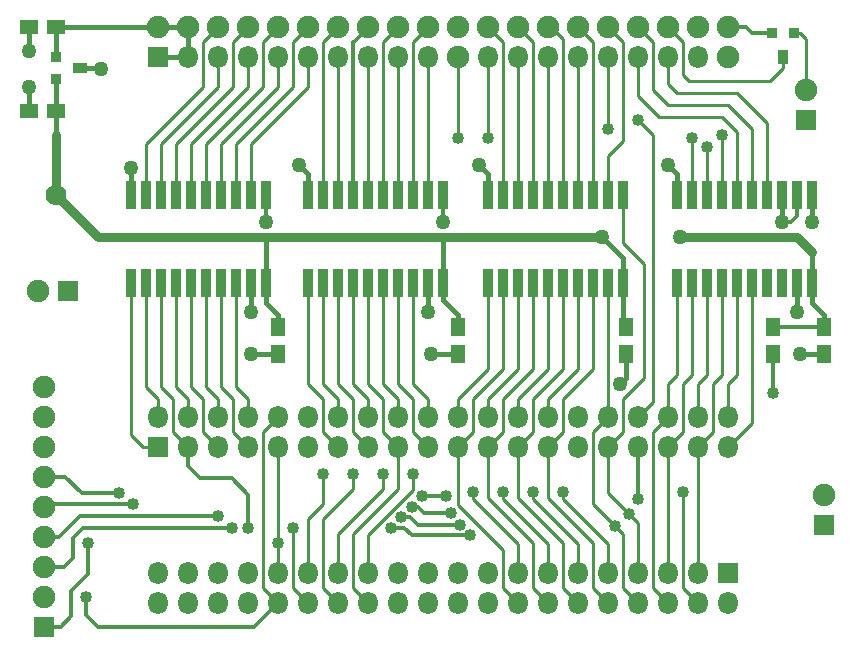
<source format=gtl>
%FSLAX23Y23*%
%MOIN*%
G70*
G01*
G75*
%ADD10R,0.060X0.050*%
%ADD11R,0.050X0.060*%
%ADD12R,0.036X0.050*%
%ADD13R,0.036X0.036*%
%ADD14R,0.050X0.036*%
%ADD15R,0.032X0.095*%
%ADD16C,0.015*%
%ADD17C,0.012*%
%ADD18C,0.010*%
%ADD19C,0.030*%
%ADD20C,0.075*%
%ADD21O,0.065X0.075*%
%ADD22R,0.070X0.070*%
%ADD23R,0.065X0.070*%
%ADD24C,0.070*%
%ADD25C,0.050*%
%ADD26C,0.040*%
D10*
X10180Y9520D02*
D03*
Y9800D02*
D03*
X10270Y9520D02*
D03*
Y9800D02*
D03*
D11*
X12660Y8710D02*
D03*
Y8800D02*
D03*
X12830D02*
D03*
Y8710D02*
D03*
X11010Y8800D02*
D03*
Y8710D02*
D03*
X11610Y8800D02*
D03*
Y8710D02*
D03*
X12170Y8800D02*
D03*
Y8710D02*
D03*
D12*
X12692Y9700D02*
D03*
D13*
X12655Y9780D02*
D03*
X12730D02*
D03*
X10270Y9625D02*
D03*
Y9700D02*
D03*
D14*
X10350Y9662D02*
D03*
D15*
X10970Y9240D02*
D03*
X10920Y9240D02*
D03*
X10870D02*
D03*
X10820Y9240D02*
D03*
X10770Y9240D02*
D03*
X10720Y9240D02*
D03*
X10670Y9240D02*
D03*
X10620D02*
D03*
X10570Y9240D02*
D03*
X10520Y9240D02*
D03*
X10970Y8946D02*
D03*
X10920Y8946D02*
D03*
X10870D02*
D03*
X10820Y8946D02*
D03*
X10770Y8946D02*
D03*
X10720Y8946D02*
D03*
X10670Y8946D02*
D03*
X10620D02*
D03*
X10570Y8946D02*
D03*
X10520Y8946D02*
D03*
X11460Y9240D02*
D03*
X11160Y9240D02*
D03*
X11260Y9240D02*
D03*
X11510D02*
D03*
X11360D02*
D03*
X11410Y9240D02*
D03*
X11310D02*
D03*
X11210Y9240D02*
D03*
X11110Y8946D02*
D03*
X11310Y8946D02*
D03*
X11360Y8946D02*
D03*
X11460D02*
D03*
X11210D02*
D03*
X11160Y8946D02*
D03*
X11410D02*
D03*
X11260Y8946D02*
D03*
X11560Y8946D02*
D03*
X11560Y9240D02*
D03*
X11110Y9240D02*
D03*
X11510Y8946D02*
D03*
X11760Y9240D02*
D03*
X12060Y9240D02*
D03*
X11860D02*
D03*
X11960D02*
D03*
X11810D02*
D03*
X12110D02*
D03*
X11910Y9240D02*
D03*
X12010D02*
D03*
X12010Y8946D02*
D03*
X11860Y8946D02*
D03*
X11910Y8946D02*
D03*
X11760Y8946D02*
D03*
X12110Y8946D02*
D03*
X11960D02*
D03*
X11810D02*
D03*
X12160Y8946D02*
D03*
X11710Y8946D02*
D03*
X12060D02*
D03*
X12160Y9240D02*
D03*
X11710Y9240D02*
D03*
X12490D02*
D03*
X12590D02*
D03*
X12690D02*
D03*
X12740D02*
D03*
X12640Y9240D02*
D03*
X12440Y9240D02*
D03*
X12540Y8946D02*
D03*
X12590Y8946D02*
D03*
X12490D02*
D03*
X12390Y8946D02*
D03*
X12440Y8946D02*
D03*
X12690D02*
D03*
X12390Y9240D02*
D03*
X12640Y8946D02*
D03*
X12540Y9240D02*
D03*
X12340Y8946D02*
D03*
X12790Y8946D02*
D03*
X12790Y9240D02*
D03*
X12340Y9240D02*
D03*
X12740Y8946D02*
D03*
D16*
X10520Y9240D02*
Y9330D01*
X10920Y8850D02*
Y8946D01*
X11510Y8850D02*
Y8946D01*
X11110Y9240D02*
Y9310D01*
X11080Y9340D02*
X11110Y9310D01*
X11080Y9340D02*
Y9340D01*
X11710Y9240D02*
Y9310D01*
X11680Y9340D02*
X11710Y9310D01*
X11680Y9340D02*
Y9340D01*
X12340Y9240D02*
Y9310D01*
X12310Y9340D02*
X12340Y9310D01*
X12310Y9340D02*
Y9340D01*
X12690Y9150D02*
Y9240D01*
X12790Y9150D02*
Y9240D01*
X12740Y8850D02*
Y8946D01*
X12790Y8880D02*
X12830Y8840D01*
Y8800D02*
Y8840D01*
X12160Y8810D02*
X12170Y8790D01*
Y8790D02*
Y8790D01*
X11560Y8890D02*
X11610Y8840D01*
Y8790D02*
Y8840D01*
X10970Y8880D02*
X11010Y8840D01*
Y8790D02*
Y8840D01*
X10920Y8710D02*
X11010D01*
X11520D02*
X11610D01*
X12170Y8630D02*
Y8710D01*
X12150Y8610D02*
X12170Y8630D01*
X12750Y8710D02*
X12830D01*
X10710Y9700D02*
Y9800D01*
X10610Y9700D02*
X10710D01*
X10270D02*
Y9800D01*
X10710D01*
X10350Y9662D02*
X10418D01*
X10420Y9660D01*
X10180Y9720D02*
Y9800D01*
Y9520D02*
Y9600D01*
X10970Y9100D02*
X10970Y9100D01*
X10270Y9440D02*
Y9625D01*
X12090Y9100D02*
X12160Y9030D01*
X10970Y8880D02*
Y9100D01*
X11560Y8890D02*
Y9100D01*
X12160Y8810D02*
X12160Y9030D01*
X12790Y8880D02*
Y9050D01*
D17*
X10230Y8300D02*
X10300D01*
X10355Y8245D01*
X10480D01*
X11490Y8235D02*
X11530D01*
X11555D01*
X11570D01*
X12210Y8225D02*
Y8400D01*
Y8225D02*
X12210Y8225D01*
X11495Y8180D02*
X11585D01*
X11475Y8200D02*
X11495Y8180D01*
X11455Y8200D02*
X11475D01*
X11450Y8165D02*
X11475Y8140D01*
X11455Y8105D02*
X11650D01*
X11430Y8130D02*
X11455Y8105D01*
X11475Y8140D02*
X11615D01*
X10250Y8210D02*
X10525D01*
X10240Y8200D02*
X10250Y8210D01*
X10230Y8200D02*
X10240D01*
X12660Y8580D02*
Y8700D01*
X10710Y8335D02*
Y8400D01*
Y8335D02*
X10750Y8295D01*
X10855D01*
X10910Y8240D01*
Y8130D02*
Y8240D01*
X11420Y8165D02*
X11450D01*
X10350Y8170D02*
X10810D01*
X10280Y8100D02*
X10350Y8170D01*
X10230Y8100D02*
X10280D01*
X10230Y8000D02*
X10295D01*
X10325Y8030D01*
Y8095D01*
X10360Y8130D01*
X10855D01*
X11385D02*
X11430D01*
X10375Y7975D02*
Y8080D01*
X10320Y7920D02*
X10375Y7975D01*
X10320Y7835D02*
Y7920D01*
X10285Y7800D02*
X10320Y7835D01*
X10230Y7800D02*
X10285D01*
X10930D02*
X11010Y7880D01*
X10410Y7800D02*
X10930D01*
X10370Y7840D02*
X10410Y7800D01*
X10370Y7840D02*
Y7900D01*
X11560Y9150D02*
Y9240D01*
X10970Y9150D02*
Y9240D01*
X12690Y9150D02*
X12690Y9150D01*
X12720D01*
X12740Y9170D01*
Y9240D01*
X11260Y9240D02*
Y9750D01*
X12660Y8800D02*
X12830D01*
X12510Y9800D02*
X12570D01*
X12590Y9780D01*
X12655D01*
D18*
X12110Y8245D02*
X12180Y8175D01*
X12060Y8210D02*
X12160Y8110D01*
X11010Y7980D02*
Y8400D01*
X12360Y7930D02*
X12410Y7880D01*
X12360Y7930D02*
Y8250D01*
X12260Y7930D02*
X12310Y7880D01*
X12260Y7930D02*
Y8450D01*
X12310Y8500D01*
X12410Y7980D02*
Y8400D01*
X12310Y7980D02*
X12310Y7980D01*
Y8400D01*
X12160Y7930D02*
X12210Y7880D01*
X12160Y7930D02*
Y8110D01*
X12060Y8210D02*
Y8450D01*
X12110Y8500D01*
X12210Y7980D02*
Y8145D01*
X12180Y8175D02*
X12210Y8145D01*
X12110Y8245D02*
Y8400D01*
Y7980D02*
Y8075D01*
X11960Y8225D02*
X12110Y8075D01*
X11960Y8225D02*
Y8250D01*
X12060Y7930D02*
X12110Y7880D01*
X12060Y7930D02*
Y8080D01*
X11910Y8230D02*
X12060Y8080D01*
X11910Y8230D02*
Y8400D01*
X12010Y7980D02*
Y8075D01*
X11860Y8225D02*
X12010Y8075D01*
X11860Y8225D02*
Y8250D01*
X11960Y7930D02*
X12010Y7880D01*
X11960Y7930D02*
Y8080D01*
X11810Y8230D02*
X11960Y8080D01*
X11810Y8230D02*
Y8400D01*
X11910Y7980D02*
Y8075D01*
X11760Y8225D02*
X11910Y8075D01*
X11760Y8225D02*
Y8250D01*
X11860Y7930D02*
X11910Y7880D01*
X11860Y7930D02*
Y8080D01*
X11710Y8230D02*
X11860Y8080D01*
X11710Y8230D02*
Y8400D01*
X11810Y7980D02*
Y8075D01*
X11660Y8225D02*
X11810Y8075D01*
X11660Y8225D02*
Y8250D01*
X11760Y7930D02*
X11810Y7880D01*
X11760Y7930D02*
Y8055D01*
X11610Y8205D02*
X11760Y8055D01*
X11610Y8205D02*
Y8400D01*
X11310Y7980D02*
Y8105D01*
X11460Y8255D01*
Y8310D01*
X11260Y7930D02*
X11310Y7880D01*
X11260Y7930D02*
Y8110D01*
X11410Y8260D01*
Y8400D01*
X11210Y7980D02*
Y8110D01*
X11360Y8260D01*
Y8310D01*
X11160Y7930D02*
X11210Y7880D01*
X11160Y7930D02*
Y8160D01*
X11260Y8260D01*
Y8310D01*
X10960Y7930D02*
X11010Y7880D01*
X10960Y7930D02*
Y8450D01*
X11010Y8500D01*
X11060Y7930D02*
Y8130D01*
Y7930D02*
X11110Y7880D01*
Y7980D02*
Y8160D01*
X11160Y8210D01*
Y8310D01*
X10760Y9750D02*
X10810Y9800D01*
X10760Y9600D02*
Y9750D01*
X10570Y9410D02*
X10760Y9600D01*
X10570Y9240D02*
Y9410D01*
X10810Y9600D02*
Y9700D01*
X10620Y9410D02*
X10810Y9600D01*
X10620Y9240D02*
Y9410D01*
X10910Y9800D02*
X10910D01*
X10860Y9750D02*
X10910Y9800D01*
X10860Y9600D02*
Y9750D01*
X10670Y9410D02*
X10860Y9600D01*
X10670Y9240D02*
Y9410D01*
X10910Y9600D02*
Y9700D01*
X10720Y9410D02*
X10910Y9600D01*
X10720Y9240D02*
Y9410D01*
X10960Y9750D02*
X11010Y9800D01*
X10960Y9600D02*
Y9750D01*
X10770Y9410D02*
X10960Y9600D01*
X10770Y9240D02*
Y9410D01*
X11010Y9600D02*
Y9700D01*
X10820Y9410D02*
X11010Y9600D01*
X10820Y9240D02*
Y9410D01*
X11060Y9750D02*
X11110Y9800D01*
X11060Y9600D02*
Y9750D01*
X10870Y9410D02*
X11060Y9600D01*
X10870Y9240D02*
Y9410D01*
X11110Y9600D02*
Y9700D01*
X10920Y9410D02*
X11110Y9600D01*
X10920Y9240D02*
Y9410D01*
X10920Y9240D02*
X10920Y9240D01*
X11160Y9750D02*
X11210Y9800D01*
X11160Y9240D02*
Y9750D01*
X11210Y9240D02*
Y9700D01*
X11310Y9800D02*
X11310D01*
X11260Y9750D02*
X11310Y9800D01*
X11310Y9240D02*
Y9700D01*
X11360Y9750D02*
X11410Y9800D01*
X11360Y9240D02*
Y9750D01*
X11410Y9240D02*
Y9700D01*
X11460Y9750D02*
X11510Y9800D01*
X11460Y9240D02*
Y9750D01*
X11510Y9240D02*
Y9700D01*
X11510Y9240D02*
X11510Y9240D01*
X11710Y9800D02*
X11760Y9750D01*
Y9240D02*
Y9750D01*
X11810Y9800D02*
X11860Y9750D01*
Y9240D02*
Y9750D01*
X11810Y9240D02*
Y9700D01*
X11910Y9800D02*
X11920D01*
X11960Y9760D01*
Y9240D02*
Y9760D01*
X12010Y9800D02*
X12060Y9750D01*
Y9240D02*
Y9750D01*
X11910Y9240D02*
Y9700D01*
X12010Y9240D02*
Y9700D01*
X12110Y9800D02*
X12160Y9750D01*
Y9420D02*
Y9750D01*
X12110Y9370D02*
X12160Y9420D01*
X12110Y9240D02*
Y9370D01*
X11610Y9430D02*
Y9700D01*
X12440Y9240D02*
Y9400D01*
X11710Y9430D02*
Y9700D01*
X12390Y9240D02*
Y9430D01*
X12110Y9460D02*
Y9700D01*
X12490Y9240D02*
X12490Y9440D01*
X12210Y9570D02*
Y9700D01*
Y9570D02*
X12280Y9500D01*
X12490D01*
X12540Y9450D01*
Y9240D02*
Y9450D01*
X12210Y9800D02*
X12210D01*
X12260Y9750D01*
Y9590D02*
Y9750D01*
Y9590D02*
X12310Y9540D01*
X12510D01*
X12590Y9460D01*
Y9240D02*
Y9460D01*
X12310Y9610D02*
Y9700D01*
Y9610D02*
X12340Y9580D01*
X12540D01*
X12640Y9480D01*
Y9240D02*
Y9480D01*
X12310Y9800D02*
X12360Y9750D01*
Y9640D02*
Y9750D01*
Y9640D02*
X12380Y9620D01*
X10520Y8440D02*
Y8946D01*
Y8440D02*
X10560Y8400D01*
X10610D01*
X10570Y8600D02*
Y8946D01*
Y8600D02*
X10610Y8560D01*
Y8500D02*
Y8560D01*
X10620Y8600D02*
Y8946D01*
Y8600D02*
X10660Y8560D01*
Y8450D02*
Y8560D01*
Y8450D02*
X10710Y8400D01*
X10760Y8450D02*
X10810Y8400D01*
X10760Y8450D02*
Y8560D01*
X10720Y8600D02*
X10760Y8560D01*
X10720Y8600D02*
Y8946D01*
X10670Y8600D02*
Y8946D01*
Y8600D02*
X10710Y8560D01*
Y8500D02*
Y8560D01*
X10860Y8450D02*
X10910Y8400D01*
X10860Y8450D02*
Y8560D01*
X10820Y8600D02*
X10860Y8560D01*
X10820Y8600D02*
Y8940D01*
X11110Y8610D02*
Y8946D01*
Y8610D02*
X11160Y8560D01*
Y8450D02*
Y8560D01*
Y8450D02*
X11210Y8400D01*
X11260Y8450D02*
X11310Y8400D01*
X11260Y8450D02*
Y8560D01*
X11210Y8610D02*
X11260Y8560D01*
X11210Y8610D02*
Y8946D01*
X11360Y8450D02*
X11410Y8400D01*
X11360Y8450D02*
Y8560D01*
X11310Y8610D02*
X11360Y8560D01*
X11310Y8610D02*
Y8946D01*
X11460Y8450D02*
X11510Y8400D01*
X11460Y8450D02*
Y8560D01*
X11410Y8610D02*
X11460Y8560D01*
X11410Y8610D02*
Y8946D01*
X10810Y8500D02*
Y8560D01*
X10770Y8600D02*
X10810Y8560D01*
X10770Y8600D02*
Y8946D01*
X10910Y8500D02*
Y8560D01*
X10870Y8600D02*
X10910Y8560D01*
X10870Y8600D02*
Y8946D01*
X11210Y8500D02*
Y8560D01*
X11160Y8610D02*
X11210Y8560D01*
X11160Y8610D02*
Y8946D01*
X11160Y8946D01*
X11410Y8500D02*
Y8560D01*
X11360Y8610D02*
X11410Y8560D01*
X11360Y8610D02*
Y8946D01*
X11510Y8500D02*
Y8560D01*
X11460Y8610D02*
X11510Y8560D01*
X11460Y8610D02*
Y8946D01*
X11610Y8400D02*
X11660Y8450D01*
Y8560D01*
X11760Y8660D01*
Y8946D01*
X11610Y8500D02*
Y8560D01*
X11710Y8660D01*
Y8946D01*
Y8400D02*
X11760Y8450D01*
Y8560D01*
X11860Y8660D01*
Y8946D01*
X11810Y8400D02*
X11860Y8450D01*
Y8560D01*
X11960Y8660D01*
Y8946D01*
X11910Y8400D02*
X11960Y8450D01*
Y8560D01*
X12060Y8660D01*
Y8946D01*
X11710Y8500D02*
Y8560D01*
X11810Y8660D01*
Y8940D01*
Y8500D02*
Y8560D01*
X11910Y8660D01*
Y8946D01*
X11910Y8500D02*
Y8560D01*
X12010Y8660D01*
Y8946D01*
X12110Y8500D02*
Y8946D01*
Y8400D02*
X12160Y8450D01*
Y8560D01*
X12230Y8630D01*
Y9010D01*
X12160Y9080D02*
X12230Y9010D01*
X12160Y9080D02*
Y9240D01*
X12310Y8500D02*
Y8610D01*
X12340Y8640D01*
Y8946D01*
X12310Y8400D02*
X12360Y8450D01*
Y8610D01*
X12390Y8640D01*
Y8946D01*
X12410Y8500D02*
Y8610D01*
X12440Y8640D01*
Y8946D01*
X12410Y8400D02*
X12460Y8450D01*
Y8610D01*
X12490Y8640D01*
Y8946D01*
X12510Y8500D02*
Y8610D01*
X12540Y8640D01*
Y8946D01*
X12510Y8400D02*
X12590Y8480D01*
Y8946D01*
X12210Y8500D02*
X12260Y8550D01*
Y9440D01*
X12210Y9490D02*
X12260Y9440D01*
X11310Y8500D02*
Y8560D01*
X11260Y8610D02*
X11310Y8560D01*
X11260Y8610D02*
Y8946D01*
X12210Y8500D02*
X12220D01*
X12380Y9620D02*
X12650D01*
X12692Y9662D01*
Y9700D01*
X12730Y9780D02*
X12750D01*
X12770Y9760D01*
Y9590D02*
Y9760D01*
D19*
X10270Y9240D02*
X10410Y9100D01*
X12740D02*
X12790Y9050D01*
X10270Y9240D02*
Y9440D01*
X10410Y9100D02*
X12090D01*
X12349D02*
X12740D01*
D20*
X11810Y9800D02*
D03*
X11910Y9800D02*
D03*
X11710D02*
D03*
X11310Y9800D02*
D03*
X11210Y9800D02*
D03*
X11010D02*
D03*
X10910Y9800D02*
D03*
X10810Y9800D02*
D03*
X10710Y9800D02*
D03*
X10610D02*
D03*
X11110D02*
D03*
X11410D02*
D03*
X11510D02*
D03*
X12310D02*
D03*
X12210Y9800D02*
D03*
X12010Y9800D02*
D03*
X12110D02*
D03*
X11610Y9700D02*
D03*
Y9800D02*
D03*
X12410D02*
D03*
X12510Y9700D02*
D03*
Y9800D02*
D03*
X12770Y9590D02*
D03*
X12830Y8240D02*
D03*
X10210Y8920D02*
D03*
X10230Y8400D02*
D03*
Y8300D02*
D03*
Y7900D02*
D03*
Y8000D02*
D03*
Y8200D02*
D03*
Y8100D02*
D03*
Y8500D02*
D03*
Y8600D02*
D03*
D21*
X11310Y9700D02*
D03*
X11210D02*
D03*
X10710D02*
D03*
X10810D02*
D03*
X10910D02*
D03*
X11010D02*
D03*
X11110D02*
D03*
X11410D02*
D03*
X11510D02*
D03*
X12310D02*
D03*
X12210D02*
D03*
X11710D02*
D03*
X11810D02*
D03*
X11910D02*
D03*
X12010D02*
D03*
X12110D02*
D03*
X12410D02*
D03*
Y7880D02*
D03*
Y7980D02*
D03*
X12310Y7880D02*
D03*
X12310Y7980D02*
D03*
X12210D02*
D03*
Y7880D02*
D03*
X11010D02*
D03*
X11310Y8400D02*
D03*
Y8500D02*
D03*
X11210Y8400D02*
D03*
Y8500D02*
D03*
X10710Y8400D02*
D03*
X10810D02*
D03*
X10910D02*
D03*
X11010D02*
D03*
Y8500D02*
D03*
X10910D02*
D03*
X10810D02*
D03*
X10710D02*
D03*
X10610D02*
D03*
X11110Y8400D02*
D03*
Y8500D02*
D03*
X11410Y8400D02*
D03*
Y8500D02*
D03*
X11510Y8400D02*
D03*
Y8500D02*
D03*
X12310Y8400D02*
D03*
Y8500D02*
D03*
X12210Y8400D02*
D03*
Y8500D02*
D03*
X11710Y8400D02*
D03*
X11810D02*
D03*
X11910D02*
D03*
X12010D02*
D03*
Y8500D02*
D03*
X11910D02*
D03*
X11810D02*
D03*
X11710D02*
D03*
X11610D02*
D03*
X12110Y8400D02*
D03*
Y8500D02*
D03*
X12410Y8400D02*
D03*
Y8500D02*
D03*
X12510Y8400D02*
D03*
Y8500D02*
D03*
X11610Y8400D02*
D03*
X11810Y7980D02*
D03*
X12110Y7880D02*
D03*
X12010D02*
D03*
X11910Y7980D02*
D03*
X12110D02*
D03*
X11910Y7880D02*
D03*
X12010Y7980D02*
D03*
X11810Y7880D02*
D03*
X11210Y7980D02*
D03*
X11010D02*
D03*
X11310D02*
D03*
X11310Y7880D02*
D03*
X11110Y7980D02*
D03*
Y7880D02*
D03*
X11210D02*
D03*
X12510D02*
D03*
X11510Y7980D02*
D03*
X10610Y7880D02*
D03*
Y7980D02*
D03*
X10710Y7880D02*
D03*
Y7980D02*
D03*
X11510Y7880D02*
D03*
X11410D02*
D03*
X11410Y7980D02*
D03*
X10910Y7880D02*
D03*
Y7980D02*
D03*
X10810Y7880D02*
D03*
Y7980D02*
D03*
X11610Y7880D02*
D03*
Y7980D02*
D03*
X11710Y7880D02*
D03*
Y7980D02*
D03*
D22*
X10610Y9700D02*
D03*
X12770Y9490D02*
D03*
X12830Y8140D02*
D03*
X10310Y8920D02*
D03*
X10230Y7800D02*
D03*
D23*
X10610Y8400D02*
D03*
X12510Y7980D02*
D03*
D24*
X10270Y9240D02*
D03*
D25*
X10520Y9330D02*
D03*
X10970Y9150D02*
D03*
X10920Y8850D02*
D03*
X11510D02*
D03*
X11560Y9150D02*
D03*
X11080Y9340D02*
D03*
X11680D02*
D03*
X12310D02*
D03*
X12690Y9150D02*
D03*
X12790D02*
D03*
X12740Y8850D02*
D03*
X10920Y8710D02*
D03*
X11520D02*
D03*
X12150Y8610D02*
D03*
X12750Y8710D02*
D03*
X10420Y9660D02*
D03*
X10180Y9720D02*
D03*
Y9600D02*
D03*
X12349Y9100D02*
D03*
X12090D02*
D03*
D26*
X10480Y8245D02*
D03*
X11490Y8235D02*
D03*
X11570D02*
D03*
X12210Y8225D02*
D03*
X11585Y8180D02*
D03*
X11455Y8200D02*
D03*
X10525Y8210D02*
D03*
X12660Y8580D02*
D03*
X12180Y8175D02*
D03*
X11615Y8140D02*
D03*
X11420Y8165D02*
D03*
X10810Y8170D02*
D03*
X10855Y8130D02*
D03*
X11385D02*
D03*
X11650Y8105D02*
D03*
X12132Y8138D02*
D03*
X11010Y8080D02*
D03*
X10375D02*
D03*
X10370Y7900D02*
D03*
X12360Y8250D02*
D03*
X11960D02*
D03*
X11860D02*
D03*
X11760D02*
D03*
X11660D02*
D03*
X11460Y8310D02*
D03*
X11360D02*
D03*
X11260D02*
D03*
X10910Y8130D02*
D03*
X11060D02*
D03*
X11160Y8310D02*
D03*
X11610Y9430D02*
D03*
X12440Y9400D02*
D03*
X11710Y9430D02*
D03*
X12390D02*
D03*
X12110Y9460D02*
D03*
X12490Y9440D02*
D03*
X12210Y9490D02*
D03*
M02*

</source>
